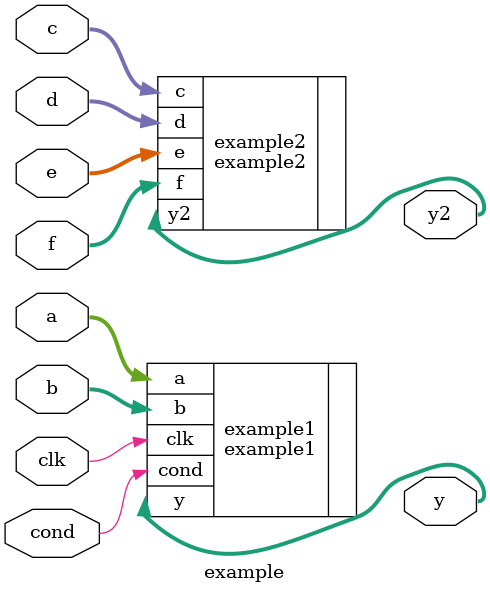
<source format=v>
module example(clk, cond, a, b, c, d, e, f, y, y2); 

input clk;
input cond;
input [7:0] a, b, c, d, e, f;
output [7:0] y;
output [7:0] y2;

example1 example1(.clk(clk), .a(a), .cond(cond), .b(b), .y(y));

example2 example2(.c(c), .d(d), .e(e), .f(f), .y2(y2));

endmodule




</source>
